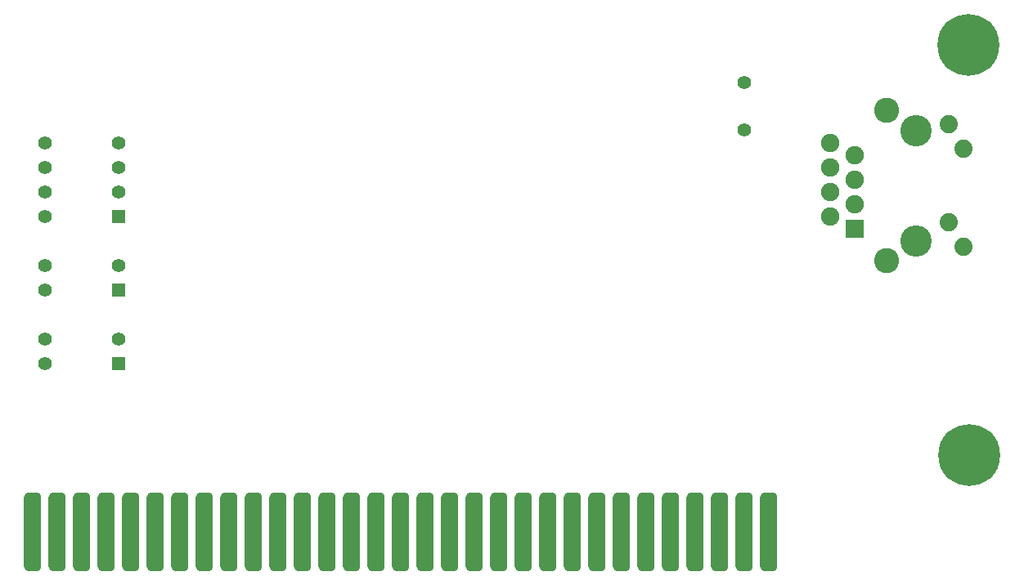
<source format=gbs>
%TF.GenerationSoftware,KiCad,Pcbnew,9.0.2*%
%TF.CreationDate,2025-07-06T12:10:31+02:00*%
%TF.ProjectId,ISA8_Ethernet,49534138-5f45-4746-9865-726e65742e6b,1.1*%
%TF.SameCoordinates,Original*%
%TF.FileFunction,Soldermask,Bot*%
%TF.FilePolarity,Negative*%
%FSLAX46Y46*%
G04 Gerber Fmt 4.6, Leading zero omitted, Abs format (unit mm)*
G04 Created by KiCad (PCBNEW 9.0.2) date 2025-07-06 12:10:31*
%MOMM*%
%LPD*%
G01*
G04 APERTURE LIST*
G04 Aperture macros list*
%AMRoundRect*
0 Rectangle with rounded corners*
0 $1 Rounding radius*
0 $2 $3 $4 $5 $6 $7 $8 $9 X,Y pos of 4 corners*
0 Add a 4 corners polygon primitive as box body*
4,1,4,$2,$3,$4,$5,$6,$7,$8,$9,$2,$3,0*
0 Add four circle primitives for the rounded corners*
1,1,$1+$1,$2,$3*
1,1,$1+$1,$4,$5*
1,1,$1+$1,$6,$7*
1,1,$1+$1,$8,$9*
0 Add four rect primitives between the rounded corners*
20,1,$1+$1,$2,$3,$4,$5,0*
20,1,$1+$1,$4,$5,$6,$7,0*
20,1,$1+$1,$6,$7,$8,$9,0*
20,1,$1+$1,$8,$9,$2,$3,0*%
G04 Aperture macros list end*
%ADD10C,0.800000*%
%ADD11C,6.400000*%
%ADD12C,1.397000*%
%ADD13R,1.397000X1.397000*%
%ADD14RoundRect,0.444500X-0.444500X-3.619500X0.444500X-3.619500X0.444500X3.619500X-0.444500X3.619500X0*%
%ADD15C,3.250000*%
%ADD16C,2.600000*%
%ADD17C,1.890000*%
%ADD18R,1.900000X1.900000*%
%ADD19C,1.900000*%
G04 APERTURE END LIST*
D10*
%TO.C,HOLE1*%
X198600000Y-80000000D03*
X199302944Y-78302944D03*
X199302944Y-81697056D03*
X201000000Y-77600000D03*
D11*
X201000000Y-80000000D03*
D10*
X201000000Y-82400000D03*
X202697056Y-78302944D03*
X202697056Y-81697056D03*
X203400000Y-80000000D03*
%TD*%
%TO.C,HOLE2*%
X198641000Y-122555000D03*
X199343944Y-120857944D03*
X199343944Y-124252056D03*
X201041000Y-120155000D03*
D11*
X201041000Y-122555000D03*
D10*
X201041000Y-124955000D03*
X202738056Y-120857944D03*
X202738056Y-124252056D03*
X203441000Y-122555000D03*
%TD*%
D12*
%TO.C,Y1*%
X177800000Y-88800940D03*
X177800000Y-83919060D03*
%TD*%
D13*
%TO.C,SW2*%
X113030000Y-105410000D03*
D12*
X113030000Y-102870000D03*
X105410000Y-102870000D03*
X105410000Y-105410000D03*
%TD*%
D13*
%TO.C,SW3*%
X113030000Y-97790000D03*
D12*
X113030000Y-95250000D03*
X113030000Y-92710000D03*
X113030000Y-90170000D03*
X105410000Y-90170000D03*
X105410000Y-92710000D03*
X105410000Y-95250000D03*
X105410000Y-97790000D03*
%TD*%
D13*
%TO.C,SW1*%
X113030000Y-113030000D03*
D12*
X113030000Y-110490000D03*
X105410000Y-110490000D03*
X105410000Y-113030000D03*
%TD*%
D14*
%TO.C,BUS1*%
X180340000Y-130492500D03*
X177800000Y-130492500D03*
X175260000Y-130492500D03*
X172720000Y-130492500D03*
X170180000Y-130492500D03*
X167640000Y-130492500D03*
X165100000Y-130492500D03*
X162560000Y-130492500D03*
X160020000Y-130492500D03*
X157480000Y-130492500D03*
X154940000Y-130492500D03*
X152400000Y-130492500D03*
X149860000Y-130492500D03*
X147320000Y-130492500D03*
X144780000Y-130492500D03*
X142240000Y-130492500D03*
X139700000Y-130492500D03*
X137160000Y-130492500D03*
X134620000Y-130492500D03*
X132080000Y-130492500D03*
X129540000Y-130492500D03*
X127000000Y-130492500D03*
X124460000Y-130492500D03*
X121920000Y-130492500D03*
X119380000Y-130492500D03*
X116840000Y-130492500D03*
X114300000Y-130492500D03*
X111760000Y-130492500D03*
X109220000Y-130492500D03*
X106680000Y-130492500D03*
X104140000Y-130492500D03*
%TD*%
D15*
%TO.C,J1*%
X195570000Y-100330000D03*
X195570000Y-88900000D03*
D16*
X192520000Y-102390000D03*
X192520000Y-86840000D03*
D17*
X198950000Y-88290000D03*
X200470000Y-90830000D03*
X198950000Y-98400000D03*
X200470000Y-100940000D03*
D18*
X189230000Y-99060000D03*
D19*
X186690000Y-97790000D03*
X189230000Y-96520000D03*
X186690000Y-95250000D03*
X189230000Y-93980000D03*
X186690000Y-92710000D03*
X189230000Y-91440000D03*
X186690000Y-90170000D03*
%TD*%
M02*

</source>
